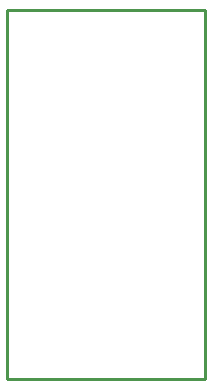
<source format=gm1>
G04*
G04 #@! TF.GenerationSoftware,Altium Limited,Altium Designer,20.1.14 (287)*
G04*
G04 Layer_Color=16711935*
%FSLAX24Y24*%
%MOIN*%
G70*
G04*
G04 #@! TF.SameCoordinates,19A3D798-3CF0-405C-A59C-C3945E4A3CB0*
G04*
G04*
G04 #@! TF.FilePolarity,Positive*
G04*
G01*
G75*
%ADD24C,0.0100*%
D24*
X0Y12300D02*
X6600D01*
X0Y0D02*
X6600D01*
X0D02*
Y12300D01*
X6600Y0D02*
Y12300D01*
M02*

</source>
